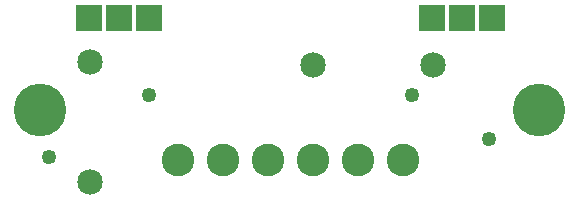
<source format=gbs>
G04 MADE WITH FRITZING*
G04 WWW.FRITZING.ORG*
G04 DOUBLE SIDED*
G04 HOLES PLATED*
G04 CONTOUR ON CENTER OF CONTOUR VECTOR*
%ASAXBY*%
%FSLAX23Y23*%
%MOIN*%
%OFA0B0*%
%SFA1.0B1.0*%
%ADD10C,0.085000*%
%ADD11C,0.049370*%
%ADD12C,0.088740*%
%ADD13C,0.175354*%
%ADD14C,0.109055*%
%ADD15R,0.088740X0.088740*%
%ADD16R,0.001000X0.001000*%
%LNMASK0*%
G90*
G70*
G54D10*
X1459Y511D03*
X1059Y511D03*
X317Y521D03*
X317Y121D03*
G54D11*
X179Y206D03*
X1646Y265D03*
X514Y413D03*
X1390Y413D03*
G54D12*
X1455Y669D03*
X1555Y669D03*
X1655Y669D03*
X314Y669D03*
X414Y669D03*
X514Y669D03*
G54D13*
X1813Y363D03*
X150Y363D03*
G54D14*
X1359Y196D03*
X1209Y196D03*
X1059Y196D03*
X909Y196D03*
X759Y196D03*
X609Y196D03*
G54D15*
X1655Y669D03*
X1555Y669D03*
X1455Y669D03*
X514Y669D03*
X414Y669D03*
X314Y669D03*
G54D16*
D02*
G04 End of Mask0*
M02*
</source>
